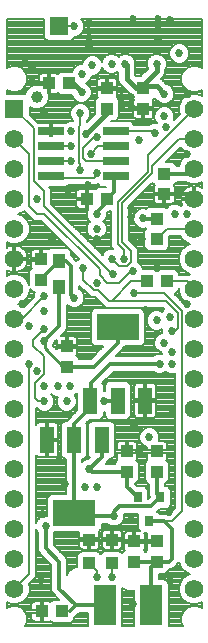
<source format=gbl>
G75*
%MOIN*%
%OFA0B0*%
%FSLAX24Y24*%
%IPPOS*%
%LPD*%
%AMOC8*
5,1,8,0,0,1.08239X$1,22.5*
%
%ADD10R,0.0394X0.0433*%
%ADD11C,0.0394*%
%ADD12R,0.0394X0.0394*%
%ADD13R,0.0433X0.0394*%
%ADD14R,0.0394X0.0472*%
%ADD15R,0.0310X0.0350*%
%ADD16R,0.0748X0.1339*%
%ADD17R,0.0620X0.0620*%
%ADD18C,0.0620*%
%ADD19R,0.0866X0.0276*%
%ADD20R,0.0480X0.0880*%
%ADD21R,0.1417X0.0866*%
%ADD22R,0.0591X0.0591*%
%ADD23C,0.0270*%
%ADD24C,0.0060*%
%ADD25C,0.0120*%
%ADD26C,0.0100*%
%ADD27C,0.0160*%
%ADD28C,0.0080*%
D10*
X017900Y024565D03*
X017900Y025235D03*
X017050Y027465D03*
X017050Y028135D03*
X020565Y027400D03*
X021235Y027400D03*
X020900Y021735D03*
X020900Y021065D03*
X019900Y021065D03*
X019900Y021735D03*
X020900Y018735D03*
X020900Y018065D03*
X020450Y033165D03*
X020450Y033835D03*
X019250Y033835D03*
X019250Y033165D03*
D11*
X016900Y033550D03*
D12*
X018650Y018794D03*
X018650Y018006D03*
X019400Y018006D03*
X019400Y018794D03*
D13*
X020150Y018735D03*
X020150Y018065D03*
X017735Y016400D03*
X017065Y016400D03*
X020900Y028815D03*
X020900Y029485D03*
X021150Y030315D03*
X021150Y030985D03*
X019235Y030150D03*
X018565Y030150D03*
X017985Y034000D03*
X017315Y034000D03*
D14*
X017650Y028083D03*
X017650Y027217D03*
D15*
X020260Y020200D03*
X021020Y020200D03*
X020640Y019400D03*
D16*
X020718Y016600D03*
X019182Y016600D03*
D17*
X016150Y033150D03*
D18*
X016150Y032150D03*
X016150Y031150D03*
X016150Y030150D03*
X016150Y029150D03*
X016150Y028150D03*
X016150Y027150D03*
X016150Y026150D03*
X016150Y025150D03*
X016150Y024150D03*
X016150Y023150D03*
X016150Y022150D03*
X016150Y021150D03*
X016150Y020150D03*
X016150Y019150D03*
X016150Y018150D03*
X016150Y017150D03*
X022150Y017150D03*
X022150Y018150D03*
X022150Y019150D03*
X022150Y020150D03*
X022150Y021150D03*
X022150Y022150D03*
X022150Y023150D03*
X022150Y024150D03*
X022150Y025150D03*
X022150Y026150D03*
X022150Y027150D03*
X022150Y028150D03*
X022150Y029150D03*
X022150Y030150D03*
X022150Y031150D03*
X022150Y032150D03*
X022150Y033150D03*
D19*
X019533Y032400D03*
X019533Y031900D03*
X019533Y031400D03*
X019533Y030900D03*
X017367Y030900D03*
X017367Y031400D03*
X017367Y031900D03*
X017367Y032400D03*
D20*
X018690Y023430D03*
X019600Y023430D03*
X020510Y023430D03*
X019060Y022120D03*
X018150Y022120D03*
X017240Y022120D03*
D21*
X018150Y019680D03*
X019600Y025870D03*
D22*
X017650Y035900D03*
D23*
X018150Y035900D03*
X018650Y036000D03*
X018650Y035750D03*
X018650Y035500D03*
X018650Y035250D03*
X018750Y034600D03*
X018400Y034306D03*
X018400Y033700D03*
X018350Y033000D03*
X018050Y032400D03*
X018050Y031900D03*
X018050Y031400D03*
X018350Y031100D03*
X018600Y030600D03*
X018900Y031000D03*
X018700Y031650D03*
X018900Y032200D03*
X018550Y032300D03*
X019750Y033250D03*
X019750Y033550D03*
X020050Y033550D03*
X020050Y033250D03*
X020300Y032100D03*
X020850Y032350D03*
X021200Y032550D03*
X021150Y032900D03*
X021150Y033650D03*
X021950Y033650D03*
X021650Y035000D03*
X020900Y034650D03*
X020950Y035450D03*
X020950Y035800D03*
X020950Y036150D03*
X021350Y036100D03*
X020100Y036150D03*
X019850Y034650D03*
X019400Y034650D03*
X017150Y033000D03*
X016750Y034050D03*
X016750Y034550D03*
X016500Y034800D03*
X017950Y030450D03*
X016900Y030150D03*
X017400Y028800D03*
X018450Y027850D03*
X018900Y027350D03*
X019450Y027650D03*
X019400Y028150D03*
X019800Y028150D03*
X020100Y027750D03*
X020150Y027000D03*
X020550Y026450D03*
X020900Y026100D03*
X021350Y026200D03*
X021400Y025750D03*
X021150Y025350D03*
X021400Y025050D03*
X021400Y024650D03*
X021000Y024650D03*
X021400Y023100D03*
X020650Y022200D03*
X020300Y021700D03*
X020150Y022600D03*
X019150Y023400D03*
X017900Y023400D03*
X018000Y023900D03*
X017600Y023900D03*
X017150Y023900D03*
X017150Y023400D03*
X016900Y024400D03*
X016650Y024650D03*
X017150Y025400D03*
X017150Y025800D03*
X016650Y025900D03*
X017150Y026400D03*
X017150Y026900D03*
X016400Y026650D03*
X018150Y026850D03*
X018900Y028800D03*
X018900Y029150D03*
X018900Y029650D03*
X020050Y029550D03*
X020050Y029850D03*
X020450Y029500D03*
X020400Y028800D03*
X020100Y028800D03*
X020900Y027850D03*
X021900Y026650D03*
X021900Y029650D03*
X021500Y029650D03*
X021900Y031650D03*
X017650Y021450D03*
X017850Y020650D03*
X018500Y020550D03*
X018900Y020550D03*
X018650Y021150D03*
X019475Y019575D03*
X020050Y019450D03*
X021300Y019700D03*
X021350Y017400D03*
X020100Y016650D03*
X019400Y017550D03*
X018900Y017550D03*
X017050Y017450D03*
X017200Y019250D03*
X017100Y019650D03*
D24*
X016650Y017650D02*
X016150Y017150D01*
X016650Y017650D02*
X016650Y024650D01*
X017150Y024900D02*
X016788Y025262D01*
X016788Y025438D01*
X017150Y025800D01*
X016400Y026150D02*
X017150Y026900D01*
X016400Y026150D02*
X016150Y026150D01*
X017150Y024900D02*
X017150Y024300D01*
X016850Y024000D01*
X016850Y023500D01*
X016950Y023400D01*
X017150Y023400D01*
X019300Y026750D02*
X018950Y027100D01*
X018800Y027100D01*
X018450Y027450D01*
X018450Y027850D01*
X019000Y027800D02*
X019000Y027600D01*
X019250Y027350D01*
X019650Y027350D01*
X020050Y027750D01*
X020100Y027750D01*
X019900Y027900D02*
X020050Y028050D01*
X020050Y028400D01*
X019750Y028700D01*
X019750Y030000D01*
X020750Y031000D01*
X020750Y031250D01*
X021650Y032150D01*
X022150Y032150D01*
X022150Y033150D02*
X020600Y031600D01*
X020600Y031050D01*
X019600Y030050D01*
X019600Y028650D01*
X019800Y028450D01*
X019800Y028150D01*
X019900Y027900D02*
X019650Y027900D01*
X019400Y028150D01*
X019400Y027650D02*
X017150Y029900D01*
X017150Y030400D01*
X016800Y030750D01*
X016800Y032500D01*
X016150Y033150D01*
X016150Y032150D02*
X016650Y031650D01*
X016650Y029900D01*
X016900Y029650D01*
X017150Y029650D01*
X019000Y027800D01*
X019400Y027650D02*
X019450Y027650D01*
X020050Y027400D02*
X019400Y026750D01*
X019300Y026750D01*
X019400Y026750D02*
X021200Y026750D01*
X021600Y026350D01*
X021600Y025850D01*
X021500Y025750D01*
X021400Y025750D01*
X021750Y026400D02*
X021150Y027000D01*
X020150Y027000D01*
X020050Y027400D02*
X020565Y027400D01*
X021235Y027400D02*
X021900Y027400D01*
X022150Y027150D01*
X021750Y026400D02*
X021750Y019750D01*
X021400Y019400D01*
X020640Y019400D01*
X019400Y018006D02*
X019400Y017550D01*
X018900Y017550D02*
X018900Y017756D01*
X018650Y018006D01*
X017717Y028083D02*
X017650Y028083D01*
X017700Y030850D02*
X017667Y030950D01*
X017367Y030900D01*
X017700Y030850D02*
X018800Y030850D01*
X018900Y030950D01*
X018900Y031000D01*
X018550Y031400D02*
X018450Y031500D01*
X018450Y031850D01*
X018800Y032200D01*
X018900Y032200D01*
X018950Y031900D02*
X018700Y031650D01*
X018550Y031400D02*
X019533Y031400D01*
X019533Y031900D02*
X018950Y031900D01*
X019533Y032400D02*
X020800Y032400D01*
X020850Y032350D01*
X021235Y029150D02*
X020900Y028815D01*
X021235Y029150D02*
X022150Y029150D01*
X018350Y031100D02*
X018350Y031300D01*
X018300Y031350D01*
X018300Y032550D01*
X018350Y032600D01*
X018350Y033000D01*
X018050Y031900D02*
X017367Y031900D01*
X017367Y031400D02*
X018050Y031400D01*
X018150Y035900D02*
X017650Y035900D01*
D25*
X021150Y030985D02*
X021985Y030985D01*
X022150Y031150D01*
X021985Y030315D02*
X021150Y030315D01*
X020900Y029485D02*
X020565Y029485D01*
X020450Y029500D01*
X019483Y030398D02*
X019235Y030150D01*
X019250Y030050D01*
X018900Y029700D01*
X018900Y029650D01*
X019483Y030398D02*
X019483Y030898D01*
X019533Y030900D01*
X017867Y028083D02*
X018050Y027900D01*
X018050Y026950D01*
X018150Y026850D01*
X017650Y027217D02*
X017650Y025900D01*
X017150Y025400D01*
X017900Y024565D02*
X018815Y024565D01*
X019600Y025350D01*
X019600Y025870D01*
X019350Y024650D02*
X021000Y024650D01*
X019600Y023430D02*
X019470Y023400D01*
X019150Y023400D01*
X018690Y023430D02*
X018700Y023200D01*
X018150Y022650D01*
X018150Y022120D01*
X018150Y019680D01*
X018255Y019575D01*
X019475Y019575D01*
X019475Y019725D01*
X019650Y019900D01*
X020720Y019900D01*
X021020Y020200D01*
X020900Y020320D01*
X020900Y021065D01*
X020260Y020200D02*
X019900Y020560D01*
X019900Y021065D01*
X018735Y021065D01*
X018650Y021150D01*
X019060Y021560D01*
X019060Y022120D01*
X018690Y023430D02*
X018700Y024000D01*
X019350Y024650D01*
X017050Y027465D02*
X017050Y027483D01*
X017650Y028083D01*
X017867Y028083D01*
X021985Y030315D02*
X022150Y030150D01*
X021150Y019400D02*
X020640Y019400D01*
X021150Y019400D02*
X021400Y019150D01*
X021400Y018150D01*
X021315Y018065D01*
X020900Y018065D01*
X020150Y018065D01*
X020718Y017883D02*
X020900Y018065D01*
X020718Y017883D02*
X020718Y016600D01*
X019182Y016600D02*
X018200Y016600D01*
X018000Y016400D01*
X018200Y016600D02*
X017650Y017150D01*
X017650Y018065D01*
X017200Y018515D01*
X017200Y019250D01*
D26*
X017785Y024565D02*
X017175Y025175D01*
X017175Y025375D01*
X017150Y025400D01*
X017785Y024565D02*
X017900Y024565D01*
D27*
X018550Y032300D02*
X019250Y033000D01*
X019250Y033165D01*
X020215Y033835D02*
X019900Y034150D01*
X019900Y034600D01*
X019850Y034650D01*
X020215Y033835D02*
X020450Y033835D01*
X020400Y033900D02*
X020900Y033900D01*
X021150Y033650D01*
X020900Y034400D02*
X020400Y033900D01*
X020900Y034400D02*
X020900Y034650D01*
X018400Y033700D02*
X018100Y034000D01*
X017985Y034000D01*
D28*
X015900Y016702D02*
X015900Y016517D01*
X015903Y016520D01*
X016063Y016586D01*
X016237Y016586D01*
X016397Y016520D01*
X016520Y016397D01*
X016586Y016237D01*
X016586Y016063D01*
X016520Y015903D01*
X016517Y015900D01*
X018608Y015900D01*
X018608Y016340D01*
X018308Y016340D01*
X018151Y016183D01*
X018151Y016120D01*
X018034Y016003D01*
X017435Y016003D01*
X017355Y016084D01*
X017336Y016073D01*
X017300Y016063D01*
X017105Y016063D01*
X017105Y016360D01*
X017025Y016360D01*
X016709Y016360D01*
X016709Y016185D01*
X016718Y016149D01*
X016737Y016117D01*
X016763Y016091D01*
X016795Y016073D01*
X016830Y016063D01*
X017025Y016063D01*
X017025Y016360D01*
X017025Y016440D01*
X016709Y016440D01*
X016709Y016615D01*
X016718Y016651D01*
X016737Y016683D01*
X016763Y016709D01*
X016795Y016727D01*
X016830Y016737D01*
X017025Y016737D01*
X017025Y016440D01*
X017105Y016440D01*
X017105Y016737D01*
X017300Y016737D01*
X017336Y016727D01*
X017355Y016716D01*
X017435Y016797D01*
X017635Y016797D01*
X017430Y017003D01*
X017390Y017098D01*
X017390Y017958D01*
X017053Y018295D01*
X017053Y018295D01*
X016980Y018368D01*
X016940Y018464D01*
X016940Y019036D01*
X016916Y019060D01*
X016880Y019147D01*
X016880Y017555D01*
X016636Y017310D01*
X016660Y017251D01*
X016660Y017049D01*
X016582Y016861D01*
X016439Y016718D01*
X016251Y016640D01*
X016049Y016640D01*
X015900Y016702D01*
X015900Y016671D02*
X015975Y016671D01*
X015900Y016592D02*
X016709Y016592D01*
X016709Y016514D02*
X016403Y016514D01*
X016482Y016435D02*
X017025Y016435D01*
X017025Y016357D02*
X017105Y016357D01*
X017105Y016278D02*
X017025Y016278D01*
X017025Y016200D02*
X017105Y016200D01*
X017105Y016121D02*
X017025Y016121D01*
X016735Y016121D02*
X016586Y016121D01*
X016586Y016200D02*
X016709Y016200D01*
X016709Y016278D02*
X016569Y016278D01*
X016537Y016357D02*
X016709Y016357D01*
X016730Y016671D02*
X016325Y016671D01*
X016470Y016749D02*
X017387Y016749D01*
X017526Y016906D02*
X016601Y016906D01*
X016633Y016985D02*
X017448Y016985D01*
X017405Y017063D02*
X016660Y017063D01*
X016660Y017142D02*
X017390Y017142D01*
X017390Y017220D02*
X016660Y017220D01*
X016641Y017299D02*
X017390Y017299D01*
X017390Y017377D02*
X016702Y017377D01*
X016781Y017456D02*
X017390Y017456D01*
X017390Y017534D02*
X016859Y017534D01*
X016880Y017613D02*
X017390Y017613D01*
X017390Y017691D02*
X016880Y017691D01*
X016880Y017770D02*
X017390Y017770D01*
X017390Y017848D02*
X016880Y017848D01*
X016880Y017927D02*
X017390Y017927D01*
X017343Y018005D02*
X016880Y018005D01*
X016880Y018084D02*
X017264Y018084D01*
X017186Y018162D02*
X016880Y018162D01*
X016880Y018241D02*
X017107Y018241D01*
X017029Y018319D02*
X016880Y018319D01*
X016880Y018398D02*
X016967Y018398D01*
X016940Y018476D02*
X016880Y018476D01*
X016880Y018555D02*
X016940Y018555D01*
X016940Y018633D02*
X016880Y018633D01*
X016880Y018712D02*
X016940Y018712D01*
X016940Y018790D02*
X016880Y018790D01*
X016880Y018869D02*
X016940Y018869D01*
X016940Y018947D02*
X016880Y018947D01*
X016880Y019026D02*
X016940Y019026D01*
X016898Y019104D02*
X016880Y019104D01*
X016880Y019353D02*
X016880Y021608D01*
X016888Y021594D01*
X016914Y021568D01*
X016946Y021550D01*
X016982Y021540D01*
X017200Y021540D01*
X017200Y022080D01*
X017280Y022080D01*
X017280Y021540D01*
X017499Y021540D01*
X017534Y021550D01*
X017566Y021568D01*
X017592Y021594D01*
X017611Y021626D01*
X017620Y021662D01*
X017620Y022080D01*
X017280Y022080D01*
X017280Y022160D01*
X017200Y022160D01*
X017200Y022700D01*
X016982Y022700D01*
X016946Y022690D01*
X016914Y022672D01*
X016888Y022646D01*
X016880Y022632D01*
X016880Y023170D01*
X016906Y023170D01*
X016960Y023116D01*
X017083Y023065D01*
X017217Y023065D01*
X017340Y023116D01*
X017434Y023210D01*
X017485Y023333D01*
X017485Y023467D01*
X017434Y023590D01*
X017374Y023650D01*
X017375Y023651D01*
X017410Y023616D01*
X017533Y023565D01*
X017606Y023565D01*
X017565Y023467D01*
X017565Y023333D01*
X017616Y023210D01*
X017710Y023116D01*
X017833Y023065D01*
X017967Y023065D01*
X018090Y023116D01*
X018184Y023210D01*
X018235Y023333D01*
X018235Y023467D01*
X018184Y023590D01*
X018167Y023607D01*
X018190Y023616D01*
X018250Y023676D01*
X018250Y023118D01*
X017930Y022797D01*
X017914Y022760D01*
X017827Y022760D01*
X017710Y022643D01*
X017710Y021597D01*
X017827Y021480D01*
X017890Y021480D01*
X017890Y020313D01*
X017358Y020313D01*
X017241Y020196D01*
X017241Y019585D01*
X017133Y019585D01*
X017010Y019534D01*
X016916Y019440D01*
X016880Y019353D01*
X016880Y019418D02*
X016907Y019418D01*
X016880Y019497D02*
X016973Y019497D01*
X016880Y019575D02*
X017109Y019575D01*
X017241Y019654D02*
X016880Y019654D01*
X016880Y019732D02*
X017241Y019732D01*
X017241Y019811D02*
X016880Y019811D01*
X016880Y019889D02*
X017241Y019889D01*
X017241Y019968D02*
X016880Y019968D01*
X016880Y020046D02*
X017241Y020046D01*
X017241Y020125D02*
X016880Y020125D01*
X016880Y020203D02*
X017249Y020203D01*
X017327Y020282D02*
X016880Y020282D01*
X016880Y020360D02*
X017890Y020360D01*
X017890Y020439D02*
X016880Y020439D01*
X016880Y020517D02*
X017890Y020517D01*
X017890Y020596D02*
X016880Y020596D01*
X016880Y020674D02*
X017890Y020674D01*
X017890Y020753D02*
X016880Y020753D01*
X016880Y020831D02*
X017890Y020831D01*
X017890Y020910D02*
X016880Y020910D01*
X016880Y020988D02*
X017890Y020988D01*
X017890Y021067D02*
X016880Y021067D01*
X016880Y021145D02*
X017890Y021145D01*
X017890Y021224D02*
X016880Y021224D01*
X016880Y021302D02*
X017890Y021302D01*
X017890Y021381D02*
X016880Y021381D01*
X016880Y021459D02*
X017890Y021459D01*
X017770Y021538D02*
X016880Y021538D01*
X017200Y021616D02*
X017280Y021616D01*
X017280Y021695D02*
X017200Y021695D01*
X017200Y021773D02*
X017280Y021773D01*
X017280Y021852D02*
X017200Y021852D01*
X017200Y021930D02*
X017280Y021930D01*
X017280Y022009D02*
X017200Y022009D01*
X017280Y022087D02*
X017710Y022087D01*
X017710Y022009D02*
X017620Y022009D01*
X017620Y021930D02*
X017710Y021930D01*
X017710Y021852D02*
X017620Y021852D01*
X017620Y021773D02*
X017710Y021773D01*
X017710Y021695D02*
X017620Y021695D01*
X017605Y021616D02*
X017710Y021616D01*
X017710Y022166D02*
X017620Y022166D01*
X017620Y022160D02*
X017620Y022578D01*
X017611Y022614D01*
X017592Y022646D01*
X017566Y022672D01*
X017534Y022690D01*
X017499Y022700D01*
X017280Y022700D01*
X017280Y022160D01*
X017620Y022160D01*
X017620Y022244D02*
X017710Y022244D01*
X017710Y022323D02*
X017620Y022323D01*
X017620Y022401D02*
X017710Y022401D01*
X017710Y022480D02*
X017620Y022480D01*
X017620Y022558D02*
X017710Y022558D01*
X017710Y022637D02*
X017598Y022637D01*
X017782Y022715D02*
X016880Y022715D01*
X016880Y022637D02*
X016883Y022637D01*
X016880Y022794D02*
X017928Y022794D01*
X018004Y022872D02*
X016880Y022872D01*
X016880Y022951D02*
X018083Y022951D01*
X018161Y023029D02*
X016880Y023029D01*
X016880Y023108D02*
X016981Y023108D01*
X017319Y023108D02*
X017731Y023108D01*
X017640Y023186D02*
X017410Y023186D01*
X017456Y023265D02*
X017594Y023265D01*
X017565Y023343D02*
X017485Y023343D01*
X017485Y023422D02*
X017565Y023422D01*
X017579Y023500D02*
X017471Y023500D01*
X017501Y023579D02*
X017439Y023579D01*
X018189Y023579D02*
X018250Y023579D01*
X018250Y023657D02*
X018231Y023657D01*
X018221Y023500D02*
X018250Y023500D01*
X018250Y023422D02*
X018235Y023422D01*
X018235Y023343D02*
X018250Y023343D01*
X018250Y023265D02*
X018206Y023265D01*
X018250Y023186D02*
X018160Y023186D01*
X018240Y023108D02*
X018069Y023108D01*
X018550Y022683D02*
X018658Y022790D01*
X019013Y022790D01*
X019130Y022907D01*
X019130Y023065D01*
X019160Y023065D01*
X019160Y022907D01*
X019277Y022790D01*
X019923Y022790D01*
X020040Y022907D01*
X020040Y023953D01*
X019923Y024070D01*
X019277Y024070D01*
X019160Y023953D01*
X019160Y023735D01*
X019130Y023735D01*
X019130Y023953D01*
X019075Y024008D01*
X019458Y024390D01*
X020786Y024390D01*
X020810Y024366D01*
X020933Y024315D01*
X021067Y024315D01*
X021190Y024366D01*
X021200Y024376D01*
X021210Y024366D01*
X021333Y024315D01*
X021467Y024315D01*
X021520Y024337D01*
X021520Y019845D01*
X021305Y019630D01*
X021274Y019630D01*
X021202Y019660D01*
X020993Y019660D01*
X020920Y019733D01*
X020940Y019753D01*
X021013Y019825D01*
X021258Y019825D01*
X021375Y019942D01*
X021375Y020458D01*
X021258Y020575D01*
X021160Y020575D01*
X021160Y020649D01*
X021180Y020649D01*
X021297Y020766D01*
X021297Y021365D01*
X021216Y021445D01*
X021227Y021464D01*
X021237Y021500D01*
X021237Y021695D01*
X020940Y021695D01*
X020940Y021775D01*
X021237Y021775D01*
X021237Y021970D01*
X021227Y022005D01*
X021209Y022037D01*
X021183Y022063D01*
X021151Y022082D01*
X021115Y022091D01*
X020968Y022091D01*
X020985Y022133D01*
X020985Y022267D01*
X020934Y022390D01*
X020840Y022484D01*
X020717Y022535D01*
X020583Y022535D01*
X020460Y022484D01*
X020366Y022390D01*
X020315Y022267D01*
X020315Y022133D01*
X020366Y022010D01*
X020460Y021916D01*
X020563Y021873D01*
X020563Y021775D01*
X020860Y021775D01*
X020860Y021695D01*
X020563Y021695D01*
X020563Y021500D01*
X020573Y021464D01*
X020584Y021445D01*
X020503Y021365D01*
X020503Y020766D01*
X020620Y020649D01*
X020640Y020649D01*
X020640Y020268D01*
X020664Y020211D01*
X020615Y020163D01*
X020615Y020458D01*
X020498Y020575D01*
X020253Y020575D01*
X020179Y020649D01*
X020180Y020649D01*
X020297Y020766D01*
X020297Y021365D01*
X020216Y021445D01*
X020227Y021464D01*
X020237Y021500D01*
X020237Y021695D01*
X019940Y021695D01*
X019940Y021775D01*
X019860Y021775D01*
X019860Y022091D01*
X019685Y022091D01*
X019649Y022082D01*
X019617Y022063D01*
X019591Y022037D01*
X019573Y022005D01*
X019563Y021970D01*
X019563Y021775D01*
X019860Y021775D01*
X019860Y021695D01*
X019563Y021695D01*
X019563Y021500D01*
X019573Y021464D01*
X019584Y021445D01*
X019503Y021365D01*
X019503Y021325D01*
X019193Y021325D01*
X019280Y021413D01*
X019308Y021480D01*
X019383Y021480D01*
X019500Y021597D01*
X019500Y022643D01*
X019383Y022760D01*
X018737Y022760D01*
X018620Y022643D01*
X018620Y021597D01*
X018675Y021542D01*
X018617Y021485D01*
X018583Y021485D01*
X018460Y021434D01*
X018410Y021384D01*
X018410Y021480D01*
X018473Y021480D01*
X018590Y021597D01*
X018590Y022643D01*
X018550Y022683D01*
X018583Y022715D02*
X018692Y022715D01*
X018620Y022637D02*
X018590Y022637D01*
X018590Y022558D02*
X018620Y022558D01*
X018620Y022480D02*
X018590Y022480D01*
X018590Y022401D02*
X018620Y022401D01*
X018620Y022323D02*
X018590Y022323D01*
X018590Y022244D02*
X018620Y022244D01*
X018620Y022166D02*
X018590Y022166D01*
X018590Y022087D02*
X018620Y022087D01*
X018620Y022009D02*
X018590Y022009D01*
X018590Y021930D02*
X018620Y021930D01*
X018620Y021852D02*
X018590Y021852D01*
X018590Y021773D02*
X018620Y021773D01*
X018620Y021695D02*
X018590Y021695D01*
X018590Y021616D02*
X018620Y021616D01*
X018670Y021538D02*
X018530Y021538D01*
X018521Y021459D02*
X018410Y021459D01*
X019248Y021381D02*
X019519Y021381D01*
X019576Y021459D02*
X019300Y021459D01*
X019440Y021538D02*
X019563Y021538D01*
X019563Y021616D02*
X019500Y021616D01*
X019500Y021695D02*
X019563Y021695D01*
X019500Y021773D02*
X019860Y021773D01*
X019860Y021852D02*
X019940Y021852D01*
X019940Y021775D02*
X019940Y022091D01*
X020115Y022091D01*
X020151Y022082D01*
X020183Y022063D01*
X020209Y022037D01*
X020227Y022005D01*
X020237Y021970D01*
X020237Y021775D01*
X019940Y021775D01*
X019940Y021773D02*
X020860Y021773D01*
X020940Y021773D02*
X021520Y021773D01*
X021520Y021695D02*
X021237Y021695D01*
X021237Y021616D02*
X021520Y021616D01*
X021520Y021538D02*
X021237Y021538D01*
X021224Y021459D02*
X021520Y021459D01*
X021520Y021381D02*
X021281Y021381D01*
X021297Y021302D02*
X021520Y021302D01*
X021520Y021224D02*
X021297Y021224D01*
X021297Y021145D02*
X021520Y021145D01*
X021520Y021067D02*
X021297Y021067D01*
X021297Y020988D02*
X021520Y020988D01*
X021520Y020910D02*
X021297Y020910D01*
X021297Y020831D02*
X021520Y020831D01*
X021520Y020753D02*
X021283Y020753D01*
X021205Y020674D02*
X021520Y020674D01*
X021520Y020596D02*
X021160Y020596D01*
X021316Y020517D02*
X021520Y020517D01*
X021520Y020439D02*
X021375Y020439D01*
X021375Y020360D02*
X021520Y020360D01*
X021520Y020282D02*
X021375Y020282D01*
X021375Y020203D02*
X021520Y020203D01*
X021520Y020125D02*
X021375Y020125D01*
X021375Y020046D02*
X021520Y020046D01*
X021520Y019968D02*
X021375Y019968D01*
X021322Y019889D02*
X021520Y019889D01*
X021485Y019811D02*
X020998Y019811D01*
X020921Y019732D02*
X021407Y019732D01*
X021328Y019654D02*
X021217Y019654D01*
X020655Y020203D02*
X020615Y020203D01*
X020615Y020282D02*
X020640Y020282D01*
X020640Y020360D02*
X020615Y020360D01*
X020615Y020439D02*
X020640Y020439D01*
X020640Y020517D02*
X020556Y020517D01*
X020640Y020596D02*
X020232Y020596D01*
X020205Y020674D02*
X020595Y020674D01*
X020517Y020753D02*
X020283Y020753D01*
X020297Y020831D02*
X020503Y020831D01*
X020503Y020910D02*
X020297Y020910D01*
X020297Y020988D02*
X020503Y020988D01*
X020503Y021067D02*
X020297Y021067D01*
X020297Y021145D02*
X020503Y021145D01*
X020503Y021224D02*
X020297Y021224D01*
X020297Y021302D02*
X020503Y021302D01*
X020519Y021381D02*
X020281Y021381D01*
X020224Y021459D02*
X020576Y021459D01*
X020563Y021538D02*
X020237Y021538D01*
X020237Y021616D02*
X020563Y021616D01*
X020563Y021695D02*
X020237Y021695D01*
X020237Y021852D02*
X020563Y021852D01*
X020446Y021930D02*
X020237Y021930D01*
X020225Y022009D02*
X020368Y022009D01*
X020334Y022087D02*
X020131Y022087D01*
X019940Y022087D02*
X019860Y022087D01*
X019860Y022009D02*
X019940Y022009D01*
X019940Y021930D02*
X019860Y021930D01*
X019669Y022087D02*
X019500Y022087D01*
X019500Y022009D02*
X019575Y022009D01*
X019563Y021930D02*
X019500Y021930D01*
X019500Y021852D02*
X019563Y021852D01*
X019500Y022166D02*
X020315Y022166D01*
X020315Y022244D02*
X019500Y022244D01*
X019500Y022323D02*
X020338Y022323D01*
X020377Y022401D02*
X019500Y022401D01*
X019500Y022480D02*
X020456Y022480D01*
X020470Y022850D02*
X020251Y022850D01*
X020216Y022860D01*
X020184Y022878D01*
X020158Y022904D01*
X020139Y022936D01*
X020130Y022972D01*
X020130Y023390D01*
X020470Y023390D01*
X020550Y023390D01*
X020550Y023470D01*
X020890Y023470D01*
X020890Y023888D01*
X020880Y023924D01*
X020862Y023956D01*
X020836Y023982D01*
X020804Y024000D01*
X020768Y024010D01*
X020550Y024010D01*
X020550Y023470D01*
X020470Y023470D01*
X020470Y024010D01*
X020251Y024010D01*
X020216Y024000D01*
X020184Y023982D01*
X020158Y023956D01*
X020139Y023924D01*
X020130Y023888D01*
X020130Y023470D01*
X020470Y023470D01*
X020470Y023390D01*
X020470Y022850D01*
X020470Y022872D02*
X020550Y022872D01*
X020550Y022850D02*
X020768Y022850D01*
X020804Y022860D01*
X020836Y022878D01*
X020862Y022904D01*
X020880Y022936D01*
X020890Y022972D01*
X020890Y023390D01*
X020550Y023390D01*
X020550Y022850D01*
X020550Y022951D02*
X020470Y022951D01*
X020470Y023029D02*
X020550Y023029D01*
X020550Y023108D02*
X020470Y023108D01*
X020470Y023186D02*
X020550Y023186D01*
X020550Y023265D02*
X020470Y023265D01*
X020470Y023343D02*
X020550Y023343D01*
X020550Y023422D02*
X021520Y023422D01*
X021520Y023500D02*
X020890Y023500D01*
X020890Y023579D02*
X021520Y023579D01*
X021520Y023657D02*
X020890Y023657D01*
X020890Y023736D02*
X021520Y023736D01*
X021520Y023814D02*
X020890Y023814D01*
X020889Y023893D02*
X021520Y023893D01*
X021520Y023971D02*
X020847Y023971D01*
X020550Y023971D02*
X020470Y023971D01*
X020470Y023893D02*
X020550Y023893D01*
X020550Y023814D02*
X020470Y023814D01*
X020470Y023736D02*
X020550Y023736D01*
X020550Y023657D02*
X020470Y023657D01*
X020470Y023579D02*
X020550Y023579D01*
X020550Y023500D02*
X020470Y023500D01*
X020470Y023422D02*
X020040Y023422D01*
X020040Y023500D02*
X020130Y023500D01*
X020130Y023579D02*
X020040Y023579D01*
X020040Y023657D02*
X020130Y023657D01*
X020130Y023736D02*
X020040Y023736D01*
X020040Y023814D02*
X020130Y023814D01*
X020131Y023893D02*
X020040Y023893D01*
X020022Y023971D02*
X020173Y023971D01*
X019943Y024050D02*
X021520Y024050D01*
X021520Y024128D02*
X019196Y024128D01*
X019257Y024050D02*
X019117Y024050D01*
X019112Y023971D02*
X019178Y023971D01*
X019160Y023893D02*
X019130Y023893D01*
X019130Y023814D02*
X019160Y023814D01*
X019160Y023736D02*
X019130Y023736D01*
X019274Y024207D02*
X021520Y024207D01*
X021520Y024285D02*
X019353Y024285D01*
X019431Y024364D02*
X020816Y024364D01*
X021184Y024364D02*
X021216Y024364D01*
X020933Y024985D02*
X020810Y024934D01*
X020786Y024910D01*
X019528Y024910D01*
X019747Y025130D01*
X019820Y025203D01*
X019835Y025237D01*
X020392Y025237D01*
X020509Y025354D01*
X020509Y026386D01*
X020392Y026503D01*
X018808Y026503D01*
X018691Y026386D01*
X018691Y025354D01*
X018808Y025237D01*
X019119Y025237D01*
X018708Y024825D01*
X018297Y024825D01*
X018297Y024865D01*
X018216Y024945D01*
X018227Y024964D01*
X018237Y025000D01*
X018237Y025195D01*
X017940Y025195D01*
X017940Y025275D01*
X017860Y025275D01*
X017860Y025591D01*
X017709Y025591D01*
X017870Y025753D01*
X017910Y025848D01*
X017910Y026616D01*
X017960Y026566D01*
X018083Y026515D01*
X018217Y026515D01*
X018340Y026566D01*
X018434Y026660D01*
X018485Y026783D01*
X018485Y026917D01*
X018434Y027040D01*
X018340Y027134D01*
X018310Y027146D01*
X018310Y027265D01*
X018570Y027005D01*
X018705Y026870D01*
X018855Y026870D01*
X019070Y026655D01*
X019070Y026655D01*
X019205Y026520D01*
X021105Y026520D01*
X021150Y026474D01*
X021069Y026393D01*
X020967Y026435D01*
X020833Y026435D01*
X020710Y026384D01*
X020616Y026290D01*
X020565Y026167D01*
X020565Y026033D01*
X020616Y025910D01*
X020710Y025816D01*
X020833Y025765D01*
X020967Y025765D01*
X021065Y025806D01*
X021065Y025683D01*
X021067Y025678D01*
X020960Y025634D01*
X020866Y025540D01*
X020815Y025417D01*
X020815Y025283D01*
X020866Y025160D01*
X020960Y025066D01*
X021065Y025023D01*
X021065Y024985D01*
X020933Y024985D01*
X020956Y025070D02*
X019688Y025070D01*
X019766Y025149D02*
X020878Y025149D01*
X020838Y025227D02*
X019830Y025227D01*
X019609Y024992D02*
X021065Y024992D01*
X020789Y024913D02*
X019531Y024913D01*
X019109Y025227D02*
X017940Y025227D01*
X017940Y025275D02*
X018237Y025275D01*
X018237Y025470D01*
X018227Y025505D01*
X018209Y025537D01*
X018183Y025563D01*
X018151Y025582D01*
X018115Y025591D01*
X017940Y025591D01*
X017940Y025275D01*
X017940Y025306D02*
X017860Y025306D01*
X017860Y025275D02*
X017860Y025195D01*
X017563Y025195D01*
X017563Y025140D01*
X017451Y025252D01*
X017485Y025333D01*
X017485Y025367D01*
X017563Y025445D01*
X017563Y025275D01*
X017860Y025275D01*
X017860Y025227D02*
X017477Y025227D01*
X017473Y025306D02*
X017563Y025306D01*
X017563Y025384D02*
X017502Y025384D01*
X017555Y025149D02*
X017563Y025149D01*
X017860Y025384D02*
X017940Y025384D01*
X017940Y025463D02*
X017860Y025463D01*
X017860Y025541D02*
X017940Y025541D01*
X017816Y025698D02*
X018691Y025698D01*
X018691Y025620D02*
X017737Y025620D01*
X017880Y025777D02*
X018691Y025777D01*
X018691Y025855D02*
X017910Y025855D01*
X017910Y025934D02*
X018691Y025934D01*
X018691Y026012D02*
X017910Y026012D01*
X017910Y026091D02*
X018691Y026091D01*
X018691Y026169D02*
X017910Y026169D01*
X017910Y026248D02*
X018691Y026248D01*
X018691Y026326D02*
X017910Y026326D01*
X017910Y026405D02*
X018710Y026405D01*
X018788Y026483D02*
X017910Y026483D01*
X017910Y026562D02*
X017971Y026562D01*
X018329Y026562D02*
X019163Y026562D01*
X019085Y026640D02*
X018414Y026640D01*
X018458Y026719D02*
X019006Y026719D01*
X018928Y026797D02*
X018485Y026797D01*
X018485Y026876D02*
X018699Y026876D01*
X018621Y026954D02*
X018470Y026954D01*
X018437Y027033D02*
X018542Y027033D01*
X018464Y027111D02*
X018363Y027111D01*
X018385Y027190D02*
X018310Y027190D01*
X018222Y028096D02*
X018047Y028271D01*
X018047Y028402D01*
X017930Y028519D01*
X017370Y028519D01*
X017321Y028470D01*
X017301Y028482D01*
X017265Y028491D01*
X017090Y028491D01*
X017090Y028175D01*
X017010Y028175D01*
X017010Y028491D01*
X016835Y028491D01*
X016799Y028482D01*
X016767Y028463D01*
X016741Y028437D01*
X016723Y028405D01*
X016713Y028370D01*
X016713Y028175D01*
X017010Y028175D01*
X017010Y028095D01*
X016713Y028095D01*
X016713Y027900D01*
X016723Y027864D01*
X016734Y027845D01*
X016653Y027765D01*
X016653Y027268D01*
X016653Y027268D01*
X016582Y027439D01*
X016439Y027582D01*
X016653Y027582D01*
X016653Y027504D02*
X016518Y027504D01*
X016588Y027425D02*
X016653Y027425D01*
X016653Y027347D02*
X016621Y027347D01*
X016660Y027159D02*
X016770Y027049D01*
X016849Y027049D01*
X016815Y026967D01*
X016815Y026890D01*
X016473Y026548D01*
X016439Y026582D01*
X016276Y026650D01*
X016439Y026718D01*
X016582Y026861D01*
X016660Y027049D01*
X016660Y027159D01*
X016660Y027111D02*
X016708Y027111D01*
X016653Y027033D02*
X016842Y027033D01*
X016815Y026954D02*
X016621Y026954D01*
X016588Y026876D02*
X016800Y026876D01*
X016722Y026797D02*
X016518Y026797D01*
X016440Y026719D02*
X016643Y026719D01*
X016565Y026640D02*
X016300Y026640D01*
X016460Y026562D02*
X016486Y026562D01*
X016439Y027582D02*
X016251Y027660D01*
X016049Y027660D01*
X015900Y027598D01*
X015900Y027775D01*
X015914Y027765D01*
X015977Y027733D01*
X016045Y027711D01*
X016110Y027701D01*
X016110Y028110D01*
X016190Y028110D01*
X016190Y028190D01*
X016110Y028190D01*
X016110Y028599D01*
X016045Y028589D01*
X015977Y028567D01*
X015914Y028535D01*
X015900Y028525D01*
X015900Y028702D01*
X016049Y028640D01*
X016251Y028640D01*
X016439Y028718D01*
X016582Y028861D01*
X016660Y029049D01*
X016660Y029251D01*
X016582Y029439D01*
X016439Y029582D01*
X016276Y029650D01*
X016439Y029718D01*
X016473Y029752D01*
X016555Y029670D01*
X016805Y029420D01*
X017055Y029420D01*
X018317Y028158D01*
X018260Y028134D01*
X018222Y028096D01*
X018186Y028132D02*
X018258Y028132D01*
X018265Y028210D02*
X018108Y028210D01*
X018047Y028289D02*
X018186Y028289D01*
X018108Y028367D02*
X018047Y028367D01*
X018029Y028446D02*
X018003Y028446D01*
X017951Y028524D02*
X016401Y028524D01*
X016386Y028535D02*
X016323Y028567D01*
X016255Y028589D01*
X016190Y028599D01*
X016190Y028190D01*
X016599Y028190D01*
X016589Y028255D01*
X016567Y028323D01*
X016535Y028386D01*
X016493Y028443D01*
X016443Y028493D01*
X016386Y028535D01*
X016491Y028446D02*
X016750Y028446D01*
X016713Y028367D02*
X016544Y028367D01*
X016578Y028289D02*
X016713Y028289D01*
X016713Y028210D02*
X016596Y028210D01*
X016599Y028110D02*
X016190Y028110D01*
X016190Y027701D01*
X016255Y027711D01*
X016323Y027733D01*
X016386Y027765D01*
X016443Y027807D01*
X016493Y027857D01*
X016535Y027914D01*
X016567Y027977D01*
X016589Y028045D01*
X016599Y028110D01*
X016590Y028053D02*
X016713Y028053D01*
X016713Y027975D02*
X016566Y027975D01*
X016522Y027896D02*
X016714Y027896D01*
X016706Y027818D02*
X016454Y027818D01*
X016335Y027739D02*
X016653Y027739D01*
X016653Y027661D02*
X015900Y027661D01*
X015900Y027739D02*
X015965Y027739D01*
X016110Y027739D02*
X016190Y027739D01*
X016190Y027818D02*
X016110Y027818D01*
X016110Y027896D02*
X016190Y027896D01*
X016190Y027975D02*
X016110Y027975D01*
X016110Y028053D02*
X016190Y028053D01*
X016190Y028132D02*
X017010Y028132D01*
X017010Y028210D02*
X017090Y028210D01*
X017090Y028289D02*
X017010Y028289D01*
X017010Y028367D02*
X017090Y028367D01*
X017090Y028446D02*
X017010Y028446D01*
X016559Y028838D02*
X017637Y028838D01*
X017715Y028760D02*
X016481Y028760D01*
X016351Y028681D02*
X017794Y028681D01*
X017872Y028603D02*
X015900Y028603D01*
X015900Y028681D02*
X015949Y028681D01*
X016110Y028524D02*
X016190Y028524D01*
X016190Y028446D02*
X016110Y028446D01*
X016110Y028367D02*
X016190Y028367D01*
X016190Y028289D02*
X016110Y028289D01*
X016110Y028210D02*
X016190Y028210D01*
X016605Y028917D02*
X017558Y028917D01*
X017480Y028995D02*
X016638Y028995D01*
X016660Y029074D02*
X017401Y029074D01*
X017323Y029152D02*
X016660Y029152D01*
X016660Y029231D02*
X017244Y029231D01*
X017166Y029309D02*
X016636Y029309D01*
X016604Y029388D02*
X017087Y029388D01*
X016759Y029466D02*
X016555Y029466D01*
X016477Y029545D02*
X016680Y029545D01*
X016602Y029623D02*
X016341Y029623D01*
X016400Y029702D02*
X016523Y029702D01*
X017380Y029995D02*
X017380Y030495D01*
X017313Y030562D01*
X017883Y030562D01*
X017941Y030620D01*
X018895Y030620D01*
X018927Y030652D01*
X019017Y030562D01*
X019223Y030562D01*
X019223Y030547D01*
X018935Y030547D01*
X018855Y030466D01*
X018836Y030477D01*
X018800Y030487D01*
X018605Y030487D01*
X018605Y030190D01*
X018525Y030190D01*
X018525Y030110D01*
X018209Y030110D01*
X018209Y029935D01*
X018218Y029899D01*
X018237Y029867D01*
X018263Y029841D01*
X018295Y029823D01*
X018330Y029813D01*
X018525Y029813D01*
X018525Y030110D01*
X018605Y030110D01*
X018605Y029814D01*
X018565Y029717D01*
X018565Y029583D01*
X018616Y029460D01*
X018676Y029400D01*
X018616Y029340D01*
X018565Y029217D01*
X018565Y029083D01*
X018616Y028960D01*
X018710Y028866D01*
X018833Y028815D01*
X018967Y028815D01*
X019090Y028866D01*
X019184Y028960D01*
X019235Y029083D01*
X019235Y029217D01*
X019184Y029340D01*
X019124Y029400D01*
X019184Y029460D01*
X019235Y029583D01*
X019235Y029667D01*
X019321Y029753D01*
X019370Y029753D01*
X019370Y028555D01*
X019440Y028485D01*
X019333Y028485D01*
X019210Y028434D01*
X019116Y028340D01*
X019092Y028283D01*
X017380Y029995D01*
X017380Y030016D02*
X018209Y030016D01*
X018209Y030094D02*
X017380Y030094D01*
X017380Y030173D02*
X018525Y030173D01*
X018525Y030190D02*
X018209Y030190D01*
X018209Y030365D01*
X018218Y030401D01*
X018237Y030433D01*
X018263Y030459D01*
X018295Y030477D01*
X018330Y030487D01*
X018525Y030487D01*
X018525Y030190D01*
X018525Y030251D02*
X018605Y030251D01*
X018605Y030330D02*
X018525Y030330D01*
X018525Y030408D02*
X018605Y030408D01*
X018605Y030487D02*
X018525Y030487D01*
X018329Y030487D02*
X017380Y030487D01*
X017380Y030408D02*
X018222Y030408D01*
X018209Y030330D02*
X017380Y030330D01*
X017380Y030251D02*
X018209Y030251D01*
X018209Y029937D02*
X017438Y029937D01*
X017517Y029859D02*
X018245Y029859D01*
X018525Y029859D02*
X018605Y029859D01*
X018605Y029937D02*
X018525Y029937D01*
X018525Y030016D02*
X018605Y030016D01*
X018605Y030094D02*
X018525Y030094D01*
X018591Y029780D02*
X017595Y029780D01*
X017674Y029702D02*
X018565Y029702D01*
X018565Y029623D02*
X017752Y029623D01*
X017831Y029545D02*
X018581Y029545D01*
X018614Y029466D02*
X017909Y029466D01*
X017988Y029388D02*
X018664Y029388D01*
X018603Y029309D02*
X018066Y029309D01*
X018145Y029231D02*
X018571Y029231D01*
X018565Y029152D02*
X018223Y029152D01*
X018302Y029074D02*
X018569Y029074D01*
X018602Y028995D02*
X018380Y028995D01*
X018459Y028917D02*
X018660Y028917D01*
X018778Y028838D02*
X018537Y028838D01*
X018616Y028760D02*
X019370Y028760D01*
X019370Y028838D02*
X019022Y028838D01*
X019140Y028917D02*
X019370Y028917D01*
X019370Y028995D02*
X019198Y028995D01*
X019231Y029074D02*
X019370Y029074D01*
X019370Y029152D02*
X019235Y029152D01*
X019229Y029231D02*
X019370Y029231D01*
X019370Y029309D02*
X019197Y029309D01*
X019136Y029388D02*
X019370Y029388D01*
X019370Y029466D02*
X019186Y029466D01*
X019219Y029545D02*
X019370Y029545D01*
X019370Y029623D02*
X019235Y029623D01*
X019269Y029702D02*
X019370Y029702D01*
X019980Y029702D02*
X020178Y029702D01*
X020166Y029690D02*
X020115Y029567D01*
X020115Y029433D01*
X020166Y029310D01*
X020260Y029216D01*
X020383Y029165D01*
X020517Y029165D01*
X020521Y029167D01*
X020538Y029150D01*
X020483Y029095D01*
X020483Y028536D01*
X020601Y028419D01*
X021199Y028419D01*
X021317Y028536D01*
X021317Y028907D01*
X021330Y028920D01*
X021693Y028920D01*
X021718Y028861D01*
X021861Y028718D01*
X022024Y028650D01*
X021861Y028582D01*
X021718Y028439D01*
X021640Y028251D01*
X021640Y028049D01*
X021718Y027861D01*
X021861Y027718D01*
X022024Y027650D01*
X021976Y027630D01*
X021631Y027630D01*
X021631Y027699D01*
X021514Y027817D01*
X020955Y027817D01*
X020900Y027762D01*
X020845Y027817D01*
X020435Y027817D01*
X020384Y027940D01*
X020290Y028034D01*
X020280Y028038D01*
X020280Y028305D01*
X020280Y028495D01*
X019980Y028795D01*
X019980Y029905D01*
X020757Y030682D01*
X020831Y030608D01*
X020821Y030598D01*
X020803Y030566D01*
X020793Y030531D01*
X020793Y030355D01*
X021110Y030355D01*
X021110Y030275D01*
X021190Y030275D01*
X021190Y029979D01*
X021385Y029979D01*
X021421Y029988D01*
X021452Y030006D01*
X021479Y030033D01*
X021497Y030064D01*
X021507Y030100D01*
X021507Y030275D01*
X021190Y030275D01*
X021190Y030355D01*
X021507Y030355D01*
X021507Y030531D01*
X021497Y030566D01*
X021479Y030598D01*
X021469Y030608D01*
X021567Y030705D01*
X021567Y030725D01*
X021854Y030725D01*
X021861Y030718D01*
X022049Y030640D01*
X022251Y030640D01*
X022400Y030702D01*
X022400Y030525D01*
X022386Y030535D01*
X022323Y030567D01*
X022255Y030589D01*
X022190Y030599D01*
X022190Y030190D01*
X022110Y030190D01*
X022110Y030599D01*
X022045Y030589D01*
X021977Y030567D01*
X021914Y030535D01*
X021857Y030493D01*
X021807Y030443D01*
X021765Y030386D01*
X021733Y030323D01*
X021711Y030255D01*
X021701Y030190D01*
X022110Y030190D01*
X022110Y030110D01*
X021701Y030110D01*
X021711Y030045D01*
X021733Y029977D01*
X021747Y029949D01*
X021710Y029934D01*
X021700Y029924D01*
X021690Y029934D01*
X021567Y029985D01*
X021433Y029985D01*
X021310Y029934D01*
X021229Y029852D01*
X021199Y029881D01*
X020601Y029881D01*
X020543Y029824D01*
X020517Y029835D01*
X020383Y029835D01*
X020260Y029784D01*
X020166Y029690D01*
X020138Y029623D02*
X019980Y029623D01*
X019980Y029545D02*
X020115Y029545D01*
X020115Y029466D02*
X019980Y029466D01*
X019980Y029388D02*
X020134Y029388D01*
X020167Y029309D02*
X019980Y029309D01*
X019980Y029231D02*
X020246Y029231D01*
X019980Y029152D02*
X020536Y029152D01*
X020483Y029074D02*
X019980Y029074D01*
X019980Y028995D02*
X020483Y028995D01*
X020483Y028917D02*
X019980Y028917D01*
X019980Y028838D02*
X020483Y028838D01*
X020483Y028760D02*
X020016Y028760D01*
X020094Y028681D02*
X020483Y028681D01*
X020483Y028603D02*
X020173Y028603D01*
X020251Y028524D02*
X020495Y028524D01*
X020574Y028446D02*
X020280Y028446D01*
X020280Y028367D02*
X021688Y028367D01*
X021655Y028289D02*
X020280Y028289D01*
X020280Y028210D02*
X021640Y028210D01*
X021640Y028132D02*
X020280Y028132D01*
X020280Y028053D02*
X021640Y028053D01*
X021671Y027975D02*
X020349Y027975D01*
X020402Y027896D02*
X021703Y027896D01*
X021761Y027818D02*
X020435Y027818D01*
X020435Y027817D02*
X020435Y027817D01*
X021226Y028446D02*
X021724Y028446D01*
X021803Y028524D02*
X021305Y028524D01*
X021317Y028603D02*
X021910Y028603D01*
X021949Y028681D02*
X021317Y028681D01*
X021317Y028760D02*
X021819Y028760D01*
X021741Y028838D02*
X021317Y028838D01*
X021326Y028917D02*
X021695Y028917D01*
X021235Y029859D02*
X021222Y029859D01*
X021318Y029937D02*
X020012Y029937D01*
X019980Y029859D02*
X020578Y029859D01*
X020821Y030033D02*
X020848Y030006D01*
X020879Y029988D01*
X020915Y029979D01*
X021110Y029979D01*
X021110Y030275D01*
X020793Y030275D01*
X020793Y030100D01*
X020803Y030064D01*
X020821Y030033D01*
X020838Y030016D02*
X020091Y030016D01*
X020169Y030094D02*
X020795Y030094D01*
X020793Y030173D02*
X020248Y030173D01*
X020326Y030251D02*
X020793Y030251D01*
X020793Y030408D02*
X020483Y030408D01*
X020405Y030330D02*
X021110Y030330D01*
X021110Y030251D02*
X021190Y030251D01*
X021190Y030173D02*
X021110Y030173D01*
X021110Y030094D02*
X021190Y030094D01*
X021190Y030016D02*
X021110Y030016D01*
X021190Y030330D02*
X021736Y030330D01*
X021710Y030251D02*
X021507Y030251D01*
X021507Y030173D02*
X022110Y030173D01*
X022110Y030251D02*
X022190Y030251D01*
X022190Y030330D02*
X022110Y030330D01*
X022110Y030408D02*
X022190Y030408D01*
X022190Y030487D02*
X022110Y030487D01*
X022110Y030565D02*
X022190Y030565D01*
X022260Y030644D02*
X022400Y030644D01*
X022400Y030565D02*
X022327Y030565D01*
X022040Y030644D02*
X021505Y030644D01*
X021497Y030565D02*
X021973Y030565D01*
X021850Y030487D02*
X021507Y030487D01*
X021507Y030408D02*
X021781Y030408D01*
X021857Y030722D02*
X021567Y030722D01*
X021567Y031245D02*
X021567Y031264D01*
X021449Y031381D01*
X021207Y031381D01*
X021708Y031883D01*
X021718Y031861D01*
X021861Y031718D01*
X022024Y031650D01*
X021861Y031582D01*
X021718Y031439D01*
X021640Y031251D01*
X021640Y031245D01*
X021567Y031245D01*
X021559Y031272D02*
X021648Y031272D01*
X021681Y031350D02*
X021481Y031350D01*
X021332Y031507D02*
X021786Y031507D01*
X021713Y031429D02*
X021254Y031429D01*
X021411Y031586D02*
X021869Y031586D01*
X021990Y031664D02*
X021489Y031664D01*
X021568Y031743D02*
X021836Y031743D01*
X021758Y031821D02*
X021646Y031821D01*
X021469Y032794D02*
X021485Y032833D01*
X021485Y032967D01*
X021434Y033090D01*
X021340Y033184D01*
X021217Y033235D01*
X021083Y033235D01*
X020960Y033184D01*
X020866Y033090D01*
X020815Y032967D01*
X020815Y032833D01*
X020866Y032710D01*
X020891Y032685D01*
X020783Y032685D01*
X020660Y032634D01*
X020656Y032630D01*
X020156Y032630D01*
X020049Y032738D01*
X019384Y032738D01*
X019395Y032749D01*
X019530Y032749D01*
X019647Y032866D01*
X019647Y033465D01*
X019566Y033545D01*
X019577Y033564D01*
X019587Y033600D01*
X019587Y033795D01*
X019290Y033795D01*
X019290Y033875D01*
X019210Y033875D01*
X019210Y034191D01*
X019035Y034191D01*
X018999Y034182D01*
X018967Y034163D01*
X018941Y034137D01*
X018923Y034105D01*
X018913Y034070D01*
X018913Y033875D01*
X019210Y033875D01*
X019210Y033795D01*
X018913Y033795D01*
X018913Y033600D01*
X018923Y033564D01*
X018934Y033545D01*
X018853Y033465D01*
X018853Y032999D01*
X018580Y032726D01*
X018580Y032756D01*
X018634Y032810D01*
X018685Y032933D01*
X018685Y033067D01*
X018634Y033190D01*
X018540Y033284D01*
X018417Y033335D01*
X018283Y033335D01*
X018160Y033284D01*
X018066Y033190D01*
X018015Y033067D01*
X018015Y032933D01*
X018066Y032810D01*
X018120Y032756D01*
X018120Y032734D01*
X018117Y032735D01*
X017983Y032735D01*
X017860Y032684D01*
X017847Y032670D01*
X017819Y032678D01*
X017396Y032678D01*
X017396Y032429D01*
X017338Y032429D01*
X017030Y032429D01*
X017030Y032371D01*
X017338Y032371D01*
X017338Y032429D01*
X017338Y032678D01*
X016947Y032678D01*
X016660Y032965D01*
X016660Y033229D01*
X016675Y033214D01*
X016821Y033153D01*
X016979Y033153D01*
X017125Y033214D01*
X017236Y033325D01*
X017297Y033471D01*
X017297Y033629D01*
X017275Y033681D01*
X017275Y033960D01*
X016959Y033960D01*
X016959Y033947D01*
X016821Y033947D01*
X016675Y033886D01*
X016564Y033775D01*
X016516Y033660D01*
X015900Y033660D01*
X015900Y033783D01*
X015903Y033780D01*
X016063Y033714D01*
X016237Y033714D01*
X016397Y033780D01*
X016520Y033903D01*
X016586Y034063D01*
X016586Y034237D01*
X016520Y034397D01*
X016397Y034520D01*
X016237Y034586D01*
X016063Y034586D01*
X015903Y034520D01*
X015900Y034517D01*
X015900Y036150D01*
X017155Y036150D01*
X017155Y035522D01*
X017272Y035405D01*
X018028Y035405D01*
X018145Y035522D01*
X018145Y035565D01*
X018217Y035565D01*
X018340Y035616D01*
X018434Y035710D01*
X018485Y035833D01*
X018485Y035967D01*
X018434Y036090D01*
X018374Y036150D01*
X022400Y036150D01*
X022400Y034517D01*
X022397Y034520D01*
X022237Y034586D01*
X022063Y034586D01*
X021903Y034520D01*
X021780Y034397D01*
X021714Y034237D01*
X021714Y034063D01*
X021780Y033903D01*
X021903Y033780D01*
X022063Y033714D01*
X022237Y033714D01*
X022397Y033780D01*
X022400Y033783D01*
X022400Y033598D01*
X022251Y033660D01*
X022049Y033660D01*
X021861Y033582D01*
X021718Y033439D01*
X021640Y033251D01*
X021640Y033049D01*
X021664Y032990D01*
X021469Y032794D01*
X021485Y032842D02*
X021516Y032842D01*
X021485Y032920D02*
X021595Y032920D01*
X021661Y032999D02*
X021472Y032999D01*
X021439Y033077D02*
X021640Y033077D01*
X021640Y033156D02*
X021368Y033156D01*
X021219Y033234D02*
X021640Y033234D01*
X021665Y033313D02*
X020787Y033313D01*
X020787Y033391D02*
X020935Y033391D01*
X020960Y033366D02*
X021083Y033315D01*
X021217Y033315D01*
X021340Y033366D01*
X021434Y033460D01*
X021485Y033583D01*
X021485Y033717D01*
X021434Y033840D01*
X021340Y033934D01*
X021217Y033985D01*
X021211Y033985D01*
X021059Y034137D01*
X021041Y034145D01*
X021137Y034241D01*
X021180Y034344D01*
X021180Y034456D01*
X021184Y034460D01*
X021235Y034583D01*
X021235Y034717D01*
X021184Y034840D01*
X021090Y034934D01*
X020967Y034985D01*
X020833Y034985D01*
X020710Y034934D01*
X020616Y034840D01*
X020565Y034717D01*
X020565Y034583D01*
X020601Y034497D01*
X020355Y034251D01*
X020195Y034251D01*
X020180Y034266D01*
X020180Y034571D01*
X020185Y034583D01*
X020185Y034717D01*
X020134Y034840D01*
X020040Y034934D01*
X019917Y034985D01*
X019783Y034985D01*
X019660Y034934D01*
X019625Y034899D01*
X019590Y034934D01*
X019467Y034985D01*
X019333Y034985D01*
X019210Y034934D01*
X019116Y034840D01*
X019065Y034717D01*
X019065Y034715D01*
X019034Y034790D01*
X018940Y034884D01*
X018817Y034935D01*
X018683Y034935D01*
X018560Y034884D01*
X018466Y034790D01*
X018415Y034667D01*
X018415Y034641D01*
X018333Y034641D01*
X018210Y034590D01*
X018116Y034495D01*
X018075Y034397D01*
X017685Y034397D01*
X017605Y034316D01*
X017586Y034327D01*
X017550Y034337D01*
X017355Y034337D01*
X017355Y034040D01*
X017275Y034040D01*
X017275Y033960D01*
X017355Y033960D01*
X017355Y033663D01*
X017550Y033663D01*
X017586Y033673D01*
X017605Y033684D01*
X017685Y033603D01*
X018078Y033603D01*
X018116Y033510D01*
X018210Y033416D01*
X018333Y033365D01*
X018467Y033365D01*
X018590Y033416D01*
X018684Y033510D01*
X018735Y033633D01*
X018735Y033767D01*
X018684Y033890D01*
X018590Y033984D01*
X018544Y034003D01*
X018590Y034022D01*
X018684Y034116D01*
X018735Y034239D01*
X018735Y034265D01*
X018817Y034265D01*
X018940Y034316D01*
X019034Y034410D01*
X019085Y034533D01*
X019085Y034535D01*
X019116Y034460D01*
X019210Y034366D01*
X019333Y034315D01*
X019467Y034315D01*
X019590Y034366D01*
X019620Y034396D01*
X019620Y034094D01*
X019663Y033991D01*
X019741Y033913D01*
X020053Y033601D01*
X020053Y033535D01*
X020134Y033455D01*
X020123Y033436D01*
X020113Y033400D01*
X020113Y033205D01*
X020410Y033205D01*
X020410Y033125D01*
X020490Y033125D01*
X020490Y032809D01*
X020665Y032809D01*
X020701Y032818D01*
X020733Y032837D01*
X020759Y032863D01*
X020777Y032895D01*
X020787Y032930D01*
X020787Y033125D01*
X020490Y033125D01*
X020490Y033205D01*
X020787Y033205D01*
X020787Y033400D01*
X020777Y033436D01*
X020766Y033455D01*
X020838Y033527D01*
X020866Y033460D01*
X020960Y033366D01*
X020862Y033470D02*
X020781Y033470D01*
X020787Y033234D02*
X021081Y033234D01*
X020932Y033156D02*
X020490Y033156D01*
X020490Y033077D02*
X020410Y033077D01*
X020410Y033125D02*
X020410Y032809D01*
X020235Y032809D01*
X020199Y032818D01*
X020167Y032837D01*
X020141Y032863D01*
X020123Y032895D01*
X020113Y032930D01*
X020113Y033125D01*
X020410Y033125D01*
X020410Y033156D02*
X019647Y033156D01*
X019647Y033234D02*
X020113Y033234D01*
X020113Y033313D02*
X019647Y033313D01*
X019647Y033391D02*
X020113Y033391D01*
X020119Y033470D02*
X019642Y033470D01*
X019568Y033548D02*
X020053Y033548D01*
X020027Y033627D02*
X019587Y033627D01*
X019587Y033705D02*
X019949Y033705D01*
X019870Y033784D02*
X019587Y033784D01*
X019587Y033875D02*
X019587Y034070D01*
X019577Y034105D01*
X019559Y034137D01*
X019533Y034163D01*
X019501Y034182D01*
X019465Y034191D01*
X019290Y034191D01*
X019290Y033875D01*
X019587Y033875D01*
X019587Y033941D02*
X019713Y033941D01*
X019651Y034019D02*
X019587Y034019D01*
X019579Y034098D02*
X019620Y034098D01*
X019620Y034176D02*
X019511Y034176D01*
X019620Y034255D02*
X018735Y034255D01*
X018709Y034176D02*
X018989Y034176D01*
X018921Y034098D02*
X018666Y034098D01*
X018584Y034019D02*
X018913Y034019D01*
X018913Y033941D02*
X018633Y033941D01*
X018695Y033862D02*
X019210Y033862D01*
X019210Y033941D02*
X019290Y033941D01*
X019290Y034019D02*
X019210Y034019D01*
X019210Y034098D02*
X019290Y034098D01*
X019290Y034176D02*
X019210Y034176D01*
X019290Y034333D02*
X018957Y034333D01*
X019035Y034412D02*
X019165Y034412D01*
X019104Y034490D02*
X019067Y034490D01*
X019061Y034726D02*
X019069Y034726D01*
X019101Y034804D02*
X019020Y034804D01*
X018941Y034883D02*
X019159Y034883D01*
X019276Y034961D02*
X015900Y034961D01*
X015900Y034883D02*
X018559Y034883D01*
X018480Y034804D02*
X015900Y034804D01*
X015900Y034726D02*
X018439Y034726D01*
X018415Y034647D02*
X015900Y034647D01*
X015900Y034569D02*
X016021Y034569D01*
X016279Y034569D02*
X018189Y034569D01*
X018114Y034490D02*
X016427Y034490D01*
X016505Y034412D02*
X018081Y034412D01*
X017621Y034333D02*
X017564Y034333D01*
X017355Y034333D02*
X017275Y034333D01*
X017275Y034337D02*
X017080Y034337D01*
X017045Y034327D01*
X017013Y034309D01*
X016987Y034283D01*
X016968Y034251D01*
X016959Y034215D01*
X016959Y034040D01*
X017275Y034040D01*
X017275Y034337D01*
X017275Y034255D02*
X017355Y034255D01*
X017355Y034176D02*
X017275Y034176D01*
X017275Y034098D02*
X017355Y034098D01*
X017275Y034019D02*
X016568Y034019D01*
X016586Y034098D02*
X016959Y034098D01*
X016959Y034176D02*
X016586Y034176D01*
X016579Y034255D02*
X016970Y034255D01*
X017066Y034333D02*
X016546Y034333D01*
X016535Y033941D02*
X016806Y033941D01*
X016651Y033862D02*
X016479Y033862D01*
X016400Y033784D02*
X016572Y033784D01*
X016535Y033705D02*
X015900Y033705D01*
X016660Y033156D02*
X016815Y033156D01*
X016985Y033156D02*
X018052Y033156D01*
X018019Y033077D02*
X016660Y033077D01*
X016660Y032999D02*
X018015Y032999D01*
X018021Y032920D02*
X016705Y032920D01*
X016784Y032842D02*
X018053Y032842D01*
X018113Y032763D02*
X016862Y032763D01*
X016941Y032685D02*
X017862Y032685D01*
X017715Y032429D02*
X017396Y032429D01*
X017396Y032371D01*
X017396Y032238D01*
X017338Y032238D01*
X017338Y032371D01*
X017396Y032371D01*
X017715Y032371D01*
X017715Y032429D01*
X017396Y032449D02*
X017338Y032449D01*
X017338Y032371D02*
X017396Y032371D01*
X017396Y032292D02*
X017338Y032292D01*
X017338Y032528D02*
X017396Y032528D01*
X017396Y032606D02*
X017338Y032606D01*
X017145Y033234D02*
X018110Y033234D01*
X018229Y033313D02*
X017224Y033313D01*
X017264Y033391D02*
X018270Y033391D01*
X018157Y033470D02*
X017296Y033470D01*
X017297Y033548D02*
X018100Y033548D01*
X018471Y033313D02*
X018853Y033313D01*
X018853Y033391D02*
X018530Y033391D01*
X018643Y033470D02*
X018858Y033470D01*
X018932Y033548D02*
X018700Y033548D01*
X018732Y033627D02*
X018913Y033627D01*
X018913Y033705D02*
X018735Y033705D01*
X018728Y033784D02*
X018913Y033784D01*
X019290Y033862D02*
X019792Y033862D01*
X019620Y034333D02*
X019510Y034333D01*
X019524Y034961D02*
X019726Y034961D01*
X019974Y034961D02*
X020776Y034961D01*
X020659Y034883D02*
X020091Y034883D01*
X020149Y034804D02*
X020601Y034804D01*
X020569Y034726D02*
X020181Y034726D01*
X020185Y034647D02*
X020565Y034647D01*
X020571Y034569D02*
X020180Y034569D01*
X020180Y034490D02*
X020594Y034490D01*
X020516Y034412D02*
X020180Y034412D01*
X020180Y034333D02*
X020437Y034333D01*
X020359Y034255D02*
X020191Y034255D01*
X021024Y034961D02*
X021315Y034961D01*
X021315Y034933D02*
X021366Y034810D01*
X021460Y034716D01*
X021583Y034665D01*
X021717Y034665D01*
X021840Y034716D01*
X021934Y034810D01*
X021985Y034933D01*
X021985Y035067D01*
X021934Y035190D01*
X021840Y035284D01*
X021717Y035335D01*
X021583Y035335D01*
X021460Y035284D01*
X021366Y035190D01*
X021315Y035067D01*
X021315Y034933D01*
X021336Y034883D02*
X021141Y034883D01*
X021199Y034804D02*
X021372Y034804D01*
X021451Y034726D02*
X021231Y034726D01*
X021235Y034647D02*
X022400Y034647D01*
X022400Y034569D02*
X022279Y034569D01*
X022400Y034726D02*
X021849Y034726D01*
X021928Y034804D02*
X022400Y034804D01*
X022400Y034883D02*
X021964Y034883D01*
X021985Y034961D02*
X022400Y034961D01*
X022400Y035040D02*
X021985Y035040D01*
X021964Y035118D02*
X022400Y035118D01*
X022400Y035197D02*
X021927Y035197D01*
X021849Y035275D02*
X022400Y035275D01*
X022400Y035354D02*
X015900Y035354D01*
X015900Y035432D02*
X017245Y035432D01*
X017166Y035511D02*
X015900Y035511D01*
X015900Y035589D02*
X017155Y035589D01*
X017155Y035668D02*
X015900Y035668D01*
X015900Y035746D02*
X017155Y035746D01*
X017155Y035825D02*
X015900Y035825D01*
X015900Y035903D02*
X017155Y035903D01*
X017155Y035982D02*
X015900Y035982D01*
X015900Y036060D02*
X017155Y036060D01*
X017155Y036139D02*
X015900Y036139D01*
X015900Y035275D02*
X021451Y035275D01*
X021373Y035197D02*
X015900Y035197D01*
X015900Y035118D02*
X021336Y035118D01*
X021315Y035040D02*
X015900Y035040D01*
X017275Y033941D02*
X017355Y033941D01*
X017355Y033862D02*
X017275Y033862D01*
X017275Y033784D02*
X017355Y033784D01*
X017355Y033705D02*
X017275Y033705D01*
X017297Y033627D02*
X017662Y033627D01*
X018590Y033234D02*
X018853Y033234D01*
X018853Y033156D02*
X018648Y033156D01*
X018681Y033077D02*
X018853Y033077D01*
X018853Y032999D02*
X018685Y032999D01*
X018679Y032920D02*
X018774Y032920D01*
X018696Y032842D02*
X018647Y032842D01*
X018617Y032763D02*
X018587Y032763D01*
X019544Y032763D02*
X020844Y032763D01*
X020815Y032842D02*
X020738Y032842D01*
X020784Y032920D02*
X020815Y032920D01*
X020828Y032999D02*
X020787Y032999D01*
X020787Y033077D02*
X020861Y033077D01*
X020490Y032999D02*
X020410Y032999D01*
X020410Y032920D02*
X020490Y032920D01*
X020490Y032842D02*
X020410Y032842D01*
X020162Y032842D02*
X019622Y032842D01*
X019647Y032920D02*
X020116Y032920D01*
X020113Y032999D02*
X019647Y032999D01*
X019647Y033077D02*
X020113Y033077D01*
X020102Y032685D02*
X020782Y032685D01*
X021365Y033391D02*
X021698Y033391D01*
X021748Y033470D02*
X021438Y033470D01*
X021470Y033548D02*
X021827Y033548D01*
X021968Y033627D02*
X021485Y033627D01*
X021485Y033705D02*
X022400Y033705D01*
X022400Y033627D02*
X022332Y033627D01*
X021900Y033784D02*
X021457Y033784D01*
X021412Y033862D02*
X021821Y033862D01*
X021765Y033941D02*
X021324Y033941D01*
X021177Y034019D02*
X021732Y034019D01*
X021714Y034098D02*
X021098Y034098D01*
X021072Y034176D02*
X021714Y034176D01*
X021721Y034255D02*
X021143Y034255D01*
X021175Y034333D02*
X021754Y034333D01*
X021795Y034412D02*
X021180Y034412D01*
X021196Y034490D02*
X021873Y034490D01*
X022021Y034569D02*
X021229Y034569D01*
X022400Y035432D02*
X018055Y035432D01*
X018134Y035511D02*
X022400Y035511D01*
X022400Y035589D02*
X018275Y035589D01*
X018391Y035668D02*
X022400Y035668D01*
X022400Y035746D02*
X018449Y035746D01*
X018481Y035825D02*
X022400Y035825D01*
X022400Y035903D02*
X018485Y035903D01*
X018479Y035982D02*
X022400Y035982D01*
X022400Y036060D02*
X018446Y036060D01*
X018385Y036139D02*
X022400Y036139D01*
X020795Y030644D02*
X020719Y030644D01*
X020640Y030565D02*
X020803Y030565D01*
X020793Y030487D02*
X020562Y030487D01*
X020256Y029780D02*
X019980Y029780D01*
X019370Y028681D02*
X018694Y028681D01*
X018773Y028603D02*
X019370Y028603D01*
X019401Y028524D02*
X018851Y028524D01*
X018930Y028446D02*
X019238Y028446D01*
X019143Y028367D02*
X019008Y028367D01*
X019087Y028289D02*
X019095Y028289D01*
X018875Y030487D02*
X018801Y030487D01*
X018919Y030644D02*
X018935Y030644D01*
X019014Y030565D02*
X017886Y030565D01*
X020412Y026483D02*
X021142Y026483D01*
X021081Y026405D02*
X021040Y026405D01*
X020760Y026405D02*
X020490Y026405D01*
X020509Y026326D02*
X020652Y026326D01*
X020599Y026248D02*
X020509Y026248D01*
X020509Y026169D02*
X020566Y026169D01*
X020565Y026091D02*
X020509Y026091D01*
X020509Y026012D02*
X020574Y026012D01*
X020606Y025934D02*
X020509Y025934D01*
X020509Y025855D02*
X020671Y025855D01*
X020806Y025777D02*
X020509Y025777D01*
X020509Y025698D02*
X021065Y025698D01*
X021065Y025777D02*
X020994Y025777D01*
X020946Y025620D02*
X020509Y025620D01*
X020509Y025541D02*
X020867Y025541D01*
X020834Y025463D02*
X020509Y025463D01*
X020509Y025384D02*
X020815Y025384D01*
X020815Y025306D02*
X020460Y025306D01*
X021757Y026719D02*
X021860Y026719D01*
X021861Y026718D02*
X022024Y026650D01*
X021884Y026592D01*
X021492Y026983D01*
X021514Y026983D01*
X021631Y027101D01*
X021631Y027170D01*
X021640Y027170D01*
X021640Y027049D01*
X021718Y026861D01*
X021861Y026718D01*
X021835Y026640D02*
X022000Y026640D01*
X021782Y026797D02*
X021678Y026797D01*
X021712Y026876D02*
X021600Y026876D01*
X021521Y026954D02*
X021679Y026954D01*
X021647Y027033D02*
X021563Y027033D01*
X021631Y027111D02*
X021640Y027111D01*
X021631Y027661D02*
X021999Y027661D01*
X021840Y027739D02*
X021592Y027739D01*
X021682Y029937D02*
X021718Y029937D01*
X021721Y030016D02*
X021462Y030016D01*
X021505Y030094D02*
X021703Y030094D01*
X018691Y025541D02*
X018205Y025541D01*
X018237Y025463D02*
X018691Y025463D01*
X018691Y025384D02*
X018237Y025384D01*
X018237Y025306D02*
X018740Y025306D01*
X018952Y025070D02*
X018237Y025070D01*
X018235Y024992D02*
X018874Y024992D01*
X018795Y024913D02*
X018249Y024913D01*
X018297Y024835D02*
X018717Y024835D01*
X019031Y025149D02*
X018237Y025149D01*
X019130Y023029D02*
X019160Y023029D01*
X019160Y022951D02*
X019130Y022951D01*
X019095Y022872D02*
X019195Y022872D01*
X019274Y022794D02*
X019017Y022794D01*
X019428Y022715D02*
X021520Y022715D01*
X021520Y022637D02*
X019500Y022637D01*
X019500Y022558D02*
X021520Y022558D01*
X021520Y022480D02*
X020844Y022480D01*
X020923Y022401D02*
X021520Y022401D01*
X021520Y022323D02*
X020962Y022323D01*
X020985Y022244D02*
X021520Y022244D01*
X021520Y022166D02*
X020985Y022166D01*
X021131Y022087D02*
X021520Y022087D01*
X021520Y022009D02*
X021225Y022009D01*
X021237Y021930D02*
X021520Y021930D01*
X021520Y021852D02*
X021237Y021852D01*
X021520Y022794D02*
X019926Y022794D01*
X020005Y022872D02*
X020194Y022872D01*
X020136Y022951D02*
X020040Y022951D01*
X020040Y023029D02*
X020130Y023029D01*
X020130Y023108D02*
X020040Y023108D01*
X020040Y023186D02*
X020130Y023186D01*
X020130Y023265D02*
X020040Y023265D01*
X020040Y023343D02*
X020130Y023343D01*
X020890Y023343D02*
X021520Y023343D01*
X021520Y023265D02*
X020890Y023265D01*
X020890Y023186D02*
X021520Y023186D01*
X021520Y023108D02*
X020890Y023108D01*
X020890Y023029D02*
X021520Y023029D01*
X021520Y022951D02*
X020884Y022951D01*
X020826Y022872D02*
X021520Y022872D01*
X020285Y019640D02*
X019810Y019640D01*
X019810Y019508D01*
X019759Y019385D01*
X019665Y019291D01*
X019542Y019240D01*
X019408Y019240D01*
X019285Y019291D01*
X019261Y019315D01*
X019059Y019315D01*
X019059Y019164D01*
X018963Y019069D01*
X018977Y019045D01*
X018987Y019009D01*
X018987Y018834D01*
X018690Y018834D01*
X018690Y018754D01*
X018987Y018754D01*
X018987Y018578D01*
X018977Y018543D01*
X018959Y018511D01*
X018933Y018485D01*
X018901Y018466D01*
X018865Y018457D01*
X018690Y018457D01*
X018690Y018754D01*
X018610Y018754D01*
X018313Y018754D01*
X018313Y018578D01*
X018323Y018543D01*
X018341Y018511D01*
X018367Y018485D01*
X018399Y018466D01*
X018435Y018457D01*
X018610Y018457D01*
X018610Y018754D01*
X018610Y018834D01*
X018313Y018834D01*
X018313Y019009D01*
X018323Y019045D01*
X018324Y019047D01*
X017471Y019047D01*
X017460Y019036D01*
X017460Y018623D01*
X017797Y018286D01*
X017797Y018286D01*
X017870Y018213D01*
X017910Y018117D01*
X017910Y017628D01*
X017947Y017718D01*
X018059Y017830D01*
X018205Y017891D01*
X018253Y017891D01*
X018253Y018286D01*
X018370Y018403D01*
X018930Y018403D01*
X019025Y018308D01*
X019120Y018403D01*
X019680Y018403D01*
X019736Y018347D01*
X019831Y018442D01*
X019821Y018452D01*
X019803Y018484D01*
X019793Y018519D01*
X019793Y018695D01*
X020110Y018695D01*
X020110Y018775D01*
X020110Y019071D01*
X019915Y019071D01*
X019879Y019062D01*
X019848Y019044D01*
X019821Y019017D01*
X019803Y018986D01*
X019793Y018950D01*
X019793Y018775D01*
X020110Y018775D01*
X020190Y018775D01*
X020190Y019071D01*
X020356Y019071D01*
X020285Y019142D01*
X020285Y019640D01*
X020285Y019575D02*
X019810Y019575D01*
X019805Y019497D02*
X020285Y019497D01*
X020285Y019418D02*
X019773Y019418D01*
X019713Y019340D02*
X020285Y019340D01*
X020285Y019261D02*
X019592Y019261D01*
X019615Y019131D02*
X019440Y019131D01*
X019440Y018834D01*
X019360Y018834D01*
X019360Y019131D01*
X019185Y019131D01*
X019149Y019121D01*
X019117Y019103D01*
X019091Y019077D01*
X019073Y019045D01*
X019063Y019009D01*
X019063Y018834D01*
X019360Y018834D01*
X019360Y018754D01*
X019063Y018754D01*
X019063Y018578D01*
X019073Y018543D01*
X019091Y018511D01*
X019117Y018485D01*
X019149Y018466D01*
X019185Y018457D01*
X019360Y018457D01*
X019360Y018754D01*
X019440Y018754D01*
X019440Y018834D01*
X019737Y018834D01*
X019737Y019009D01*
X019727Y019045D01*
X019709Y019077D01*
X019683Y019103D01*
X019651Y019121D01*
X019615Y019131D01*
X019680Y019104D02*
X020323Y019104D01*
X020285Y019183D02*
X019059Y019183D01*
X019059Y019261D02*
X019358Y019261D01*
X019360Y019104D02*
X019440Y019104D01*
X019440Y019026D02*
X019360Y019026D01*
X019360Y018947D02*
X019440Y018947D01*
X019440Y018869D02*
X019360Y018869D01*
X019360Y018790D02*
X018690Y018790D01*
X018690Y018712D02*
X018610Y018712D01*
X018610Y018790D02*
X017460Y018790D01*
X017460Y018712D02*
X018313Y018712D01*
X018313Y018633D02*
X017460Y018633D01*
X017529Y018555D02*
X018320Y018555D01*
X018382Y018476D02*
X017607Y018476D01*
X017686Y018398D02*
X018365Y018398D01*
X018286Y018319D02*
X017764Y018319D01*
X017843Y018241D02*
X018253Y018241D01*
X018253Y018162D02*
X017891Y018162D01*
X017910Y018084D02*
X018253Y018084D01*
X018253Y018005D02*
X017910Y018005D01*
X017910Y017927D02*
X018253Y017927D01*
X018102Y017848D02*
X017910Y017848D01*
X017910Y017770D02*
X017998Y017770D01*
X017936Y017691D02*
X017910Y017691D01*
X017605Y016828D02*
X016549Y016828D01*
X017025Y016671D02*
X017105Y016671D01*
X017105Y016592D02*
X017025Y016592D01*
X017025Y016514D02*
X017105Y016514D01*
X017396Y016043D02*
X016578Y016043D01*
X016545Y015964D02*
X018608Y015964D01*
X018608Y016043D02*
X018073Y016043D01*
X018151Y016121D02*
X018608Y016121D01*
X018608Y016200D02*
X018167Y016200D01*
X018246Y016278D02*
X018608Y016278D01*
X019756Y016278D02*
X020144Y016278D01*
X020144Y016200D02*
X019756Y016200D01*
X019756Y016121D02*
X020144Y016121D01*
X020144Y016043D02*
X019756Y016043D01*
X019756Y015964D02*
X020144Y015964D01*
X020144Y015900D02*
X020144Y017117D01*
X020095Y017097D01*
X019937Y017097D01*
X019791Y017157D01*
X019756Y017192D01*
X019756Y015900D01*
X020144Y015900D01*
X020144Y016357D02*
X019756Y016357D01*
X019756Y016435D02*
X020144Y016435D01*
X020144Y016514D02*
X019756Y016514D01*
X019756Y016592D02*
X020144Y016592D01*
X020144Y016671D02*
X019756Y016671D01*
X019756Y016749D02*
X020144Y016749D01*
X020144Y016828D02*
X019756Y016828D01*
X019756Y016906D02*
X020144Y016906D01*
X020144Y016985D02*
X019756Y016985D01*
X019756Y017063D02*
X020144Y017063D01*
X019829Y017142D02*
X019756Y017142D01*
X019786Y018398D02*
X019685Y018398D01*
X019651Y018466D02*
X019615Y018457D01*
X019440Y018457D01*
X019440Y018754D01*
X019737Y018754D01*
X019737Y018578D01*
X019727Y018543D01*
X019709Y018511D01*
X019683Y018485D01*
X019651Y018466D01*
X019668Y018476D02*
X019807Y018476D01*
X019793Y018555D02*
X019730Y018555D01*
X019737Y018633D02*
X019793Y018633D01*
X019737Y018712D02*
X020110Y018712D01*
X020110Y018790D02*
X020190Y018790D01*
X020190Y018775D02*
X020507Y018775D01*
X020507Y018950D01*
X020497Y018986D01*
X020479Y019017D01*
X020471Y019025D01*
X020584Y019025D01*
X020573Y019005D01*
X020563Y018970D01*
X020563Y018775D01*
X020860Y018775D01*
X020860Y018695D01*
X020563Y018695D01*
X020563Y018500D01*
X020573Y018464D01*
X020584Y018445D01*
X020525Y018387D01*
X020469Y018442D01*
X020479Y018452D01*
X020497Y018484D01*
X020507Y018519D01*
X020507Y018695D01*
X020190Y018695D01*
X020190Y018775D01*
X020190Y018712D02*
X020860Y018712D01*
X020563Y018790D02*
X020507Y018790D01*
X020507Y018869D02*
X020563Y018869D01*
X020563Y018947D02*
X020507Y018947D01*
X020507Y018633D02*
X020563Y018633D01*
X020563Y018555D02*
X020507Y018555D01*
X020493Y018476D02*
X020569Y018476D01*
X020536Y018398D02*
X020514Y018398D01*
X020190Y018869D02*
X020110Y018869D01*
X020110Y018947D02*
X020190Y018947D01*
X020190Y019026D02*
X020110Y019026D01*
X019829Y019026D02*
X019732Y019026D01*
X019737Y018947D02*
X019793Y018947D01*
X019793Y018869D02*
X019737Y018869D01*
X019793Y018790D02*
X019440Y018790D01*
X019440Y018712D02*
X019360Y018712D01*
X019360Y018633D02*
X019440Y018633D01*
X019440Y018555D02*
X019360Y018555D01*
X019360Y018476D02*
X019440Y018476D01*
X019132Y018476D02*
X018918Y018476D01*
X018935Y018398D02*
X019115Y018398D01*
X019036Y018319D02*
X019014Y018319D01*
X018980Y018555D02*
X019070Y018555D01*
X019063Y018633D02*
X018987Y018633D01*
X018987Y018712D02*
X019063Y018712D01*
X019063Y018869D02*
X018987Y018869D01*
X018987Y018947D02*
X019063Y018947D01*
X019068Y019026D02*
X018982Y019026D01*
X018999Y019104D02*
X019120Y019104D01*
X018690Y018633D02*
X018610Y018633D01*
X018610Y018555D02*
X018690Y018555D01*
X018690Y018476D02*
X018610Y018476D01*
X018313Y018869D02*
X017460Y018869D01*
X017460Y018947D02*
X018313Y018947D01*
X018318Y019026D02*
X017460Y019026D01*
X017280Y022166D02*
X017200Y022166D01*
X017200Y022244D02*
X017280Y022244D01*
X017280Y022323D02*
X017200Y022323D01*
X017200Y022401D02*
X017280Y022401D01*
X017280Y022480D02*
X017200Y022480D01*
X017200Y022558D02*
X017280Y022558D01*
X017280Y022637D02*
X017200Y022637D01*
X020978Y017649D02*
X021180Y017649D01*
X021297Y017766D01*
X021297Y017805D01*
X021367Y017805D01*
X021463Y017845D01*
X021547Y017930D01*
X021620Y018003D01*
X021640Y018050D01*
X021640Y018049D01*
X021718Y017861D01*
X021861Y017718D01*
X022024Y017650D01*
X021861Y017582D01*
X021718Y017439D01*
X021640Y017251D01*
X021640Y017049D01*
X021718Y016861D01*
X021861Y016718D01*
X022049Y016640D01*
X022251Y016640D01*
X022400Y016702D01*
X022400Y016517D01*
X022397Y016520D01*
X022237Y016586D01*
X022063Y016586D01*
X021903Y016520D01*
X021780Y016397D01*
X021714Y016237D01*
X021714Y016063D01*
X021780Y015903D01*
X021783Y015900D01*
X021292Y015900D01*
X021292Y017352D01*
X021175Y017469D01*
X020978Y017469D01*
X020978Y017649D01*
X020978Y017613D02*
X021934Y017613D01*
X021925Y017691D02*
X021222Y017691D01*
X021297Y017770D02*
X021809Y017770D01*
X021731Y017848D02*
X021466Y017848D01*
X021544Y017927D02*
X021691Y017927D01*
X021658Y018005D02*
X021621Y018005D01*
X021813Y017534D02*
X020978Y017534D01*
X021188Y017456D02*
X021734Y017456D01*
X021692Y017377D02*
X021267Y017377D01*
X021292Y017299D02*
X021659Y017299D01*
X021640Y017220D02*
X021292Y017220D01*
X021292Y017142D02*
X021640Y017142D01*
X021640Y017063D02*
X021292Y017063D01*
X021292Y016985D02*
X021667Y016985D01*
X021699Y016906D02*
X021292Y016906D01*
X021292Y016828D02*
X021751Y016828D01*
X021830Y016749D02*
X021292Y016749D01*
X021292Y016671D02*
X021975Y016671D01*
X021897Y016514D02*
X021292Y016514D01*
X021292Y016592D02*
X022400Y016592D01*
X022400Y016671D02*
X022325Y016671D01*
X021818Y016435D02*
X021292Y016435D01*
X021292Y016357D02*
X021763Y016357D01*
X021731Y016278D02*
X021292Y016278D01*
X021292Y016200D02*
X021714Y016200D01*
X021714Y016121D02*
X021292Y016121D01*
X021292Y016043D02*
X021722Y016043D01*
X021755Y015964D02*
X021292Y015964D01*
M02*

</source>
